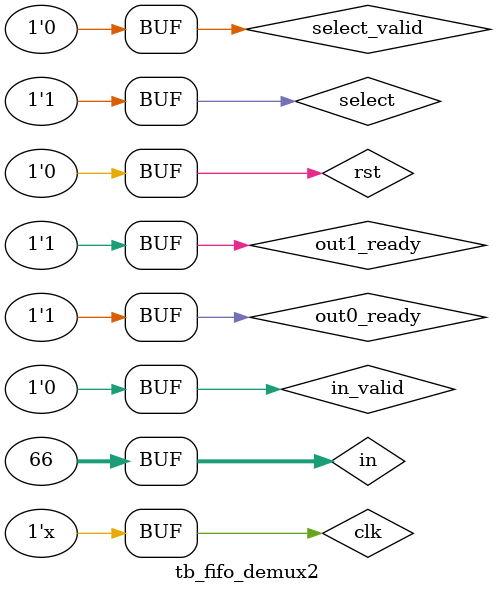
<source format=v>
`timescale 1ns / 1ps


module tb_fifo_demux2;

	// Inputs
	reg clk;
	reg rst;
	reg [31:0] in;
	reg in_valid;
	reg select;
	reg select_valid;
	reg out0_ready;
	reg out1_ready;

	// Outputs
	wire in_ready;
	wire select_ready;
	wire [31:0] out0;
	wire out0_valid;
	wire [31:0] out1;
	wire out1_valid;

	// Instantiate the Unit Under Test (UUT)
	fifo_demux2 uut (
		.clk(clk), 
		.rst(rst), 
		.in(in), 
		.in_valid(in_valid), 
		.in_ready(in_ready), 
		.select(select), 
		.select_valid(select_valid), 
		.select_ready(select_ready), 
		.out0(out0), 
		.out0_valid(out0_valid), 
		.out0_ready(out0_ready), 
		.out1(out1), 
		.out1_valid(out1_valid), 
		.out1_ready(out1_ready)
	);

    always 
        #1 clk <= ~clk;

	initial begin
		// Initialize Inputs
		clk <= 0;
		rst <= 1;

		in <= 0;
		in_valid <= 0;

		select <= 0;
		select_valid <= 0;

		out0_ready <= 0;
		out1_ready <= 0;

        // start 
        
        #10 rst <= 0;

        #10 select <= 1;
            select_valid <= 1;
        #2  select_valid <= 0;

        #10 in <= 66;
            in_valid <= 1;
        #2  in_valid <= 0;

        #10 out0_ready <= 1; 
        #10 out1_ready <= 1; 

	end
      
endmodule


</source>
